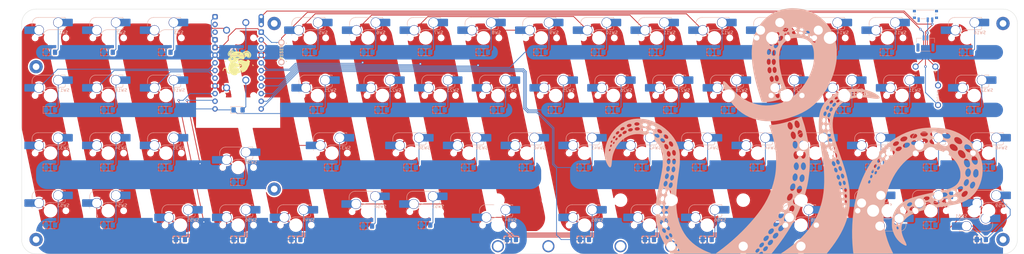
<source format=kicad_pcb>
(kicad_pcb (version 20240108) (generator "pcbnew") (generator_version "8.0")
  (layers (0 "F.Cu" signal) (31 "B.Cu" signal) (34 "B.Paste" user) (35 "F.Paste" user) (36 "B.SilkS" user "B.Silkscreen") (37 "F.SilkS" user "F.Silkscreen") (38 "B.Mask" user) (39 "F.Mask" user) (44 "Edge.Cuts" user))
  (net 0 "")
  (net 1 "r1")
  (net 2 "Net-(D1-A)")
  (net 3 "Net-(D2-A)")
  (net 4 "Net-(D3-A)")
  (net 5 "Net-(D4-A)")
  (net 6 "Net-(D5-A)")
  (net 7 "Net-(D6-A)")
  (net 8 "Net-(D7-A)")
  (net 9 "Net-(D8-A)")
  (net 10 "r5")
  (net 11 "Net-(D9-A)")
  (net 12 "Net-(D10-A)")
  (net 13 "Net-(D11-A)")
  (net 14 "Net-(D12-A)")
  (net 15 "Net-(D13-A)")
  (net 16 "Net-(D14-A)")
  (net 17 "Net-(D15-A)")
  (net 18 "Net-(D16-A)")
  (net 19 "r2")
  (net 20 "Net-(D17-A)")
  (net 21 "Net-(D18-A)")
  (net 22 "Net-(D19-A)")
  (net 23 "Net-(D20-A)")
  (net 24 "Net-(D21-A)")
  (net 25 "Net-(D22-A)")
  (net 26 "Net-(D23-A)")
  (net 27 "Net-(D24-A)")
  (net 28 "r6")
  (net 29 "Net-(D25-A)")
  (net 30 "Net-(D26-A)")
  (net 31 "Net-(D27-A)")
  (net 32 "Net-(D28-A)")
  (net 33 "Net-(D29-A)")
  (net 34 "Net-(D30-A)")
  (net 35 "Net-(D31-A)")
  (net 36 "Net-(D32-A)")
  (net 37 "r3")
  (net 38 "Net-(D33-A)")
  (net 39 "Net-(D34-A)")
  (net 40 "Net-(D35-A)")
  (net 41 "Net-(D36-A)")
  (net 42 "Net-(D37-A)")
  (net 43 "Net-(D38-A)")
  (net 44 "Net-(D39-A)")
  (net 45 "Net-(D40-A)")
  (net 46 "r7")
  (net 47 "Net-(D41-A)")
  (net 48 "Net-(D42-A)")
  (net 49 "Net-(D43-A)")
  (net 50 "Net-(D44-A)")
  (net 51 "Net-(D45-A)")
  (net 52 "Net-(D46-A)")
  (net 53 "Net-(D47-A)")
  (net 54 "Net-(D48-A)")
  (net 55 "r4")
  (net 56 "r8")
  (net 57 "Net-(D53-A)")
  (net 58 "Net-(D54-A)")
  (net 59 "Net-(D55-A)")
  (net 60 "Net-(D56-A)")
  (net 61 "Net-(D58-A)")
  (net 62 "c1")
  (net 63 "c2")
  (net 64 "c3")
  (net 65 "c4")
  (net 66 "c5")
  (net 67 "c6")
  (net 68 "c7")
  (net 69 "c8")
  (net 70 "gnd")
  (net 71 "Net-(D50-A)")
  (net 79 "bat+")
  (net 80 "rst")
  (net 81 "vbat")
  (net 83 "Net-(D60-A)")
  (net 84 "Net-(D61-A)")
  (net 85 "Net-(D62-A)")
  (net 86 "Net-(D63-A)")
  (net 87 "Net-(D52-A)")
  (net 90 "Net-(D49-A)")
  (net 91 "Net-(D51-A)")
  (net 92 "alt57")
  (net 93 "alt59")
  (footprint "LOGO" (layer "F.Cu") (at 101.789827 91.632184)
    (property "Reference" "G***" (hide yes))
    (property "Value" "LOGO" (hide yes))
  )
  (footprint "MountingHole:MountingHole_2.2mm_M2_Pad" (layer "F.Cu") (at 35.114826 92.902433)
    (property "Reference" "H1" (hide yes))
    (property "Value" "MountingHole_Pad")
  )
  (footprint "PCM_marbastlib-mx:STAB_MX_P_2u" (layer "F.Cu") (at 216.089826 145.289934 180)
    (property "Reference" "S2" (hide yes))
    (property "Value" "MX_stab")
  )
  (footprint "PCM_marbastlib-mx:STAB_MX_P_2.25u" (layer "F.Cu") (at 256.571075 145.289934 180)
    (property "Reference" "S3" (hide yes))
    (property "Value" "MX_stab")
  )
  (footprint "apfellib:nice_nano_AH_USBup" (layer "F.Cu") (at 101.789826 92.902433)
    (property "Reference" "U1" (hide yes))
    (property "Value" "nice_nano")
  )
  (footprint "MountingHole:MountingHole_2.2mm_M2_Pad" (layer "F.Cu") (at 35.114826 150.052433)
    (property "Reference" "H2" (hide yes))
    (property "Value" "MountingHole_Pad")
  )
  (footprint "MountingHole:MountingHole_2.2mm_M2_Pad" (layer "F.Cu") (at 354.202326 78.614934)
    (property "Reference" "H5" (hide yes))
    (property "Value" "MountingHole_Pad")
  )
  (footprint "PCM_marbastlib-mx:STAB_MX_P_6.25u" (layer "F.Cu") (at 237.521076 145.289933 180)
    (property "Reference" "S1" (hide yes))
    (property "Value" "MX_stab")
  )
  (footprint "MountingHole:MountingHole_2.2mm_M2_Pad" (layer "F.Cu") (at 354.202326 150.052433)
    (property "Reference" "H6" (hide yes))
    (property "Value" "MountingHole_Pad")
  )
  (footprint "MountingHole:MountingHole_2.2mm_M2_Pad" (layer "F.Cu") (at 113.696073 78.614933)
    (property "Reference" "H3" (hide yes))
    (property "Value" "MountingHole_Pad")
  )
  (footprint "PCM_marbastlib-mx:SW_MX_1u" (layer "F.Cu") (at 101.789826 102.427433)
    (property "Reference" "SW20" (hide yes))
    (property "Value" "MX_SW_HS")
  )
  (footprint "MountingHole:MountingHole_2.2mm_M2_Pad" (layer "F.Cu") (at 113.696077 133.383683)
    (property "Reference" "H4" (hide yes))
    (property "Value" "MountingHole_Pad")
  )
  (footprint "PCM_marbastlib-mx:SW_MX_1u" (layer "F.Cu") (at 101.789823 83.377433)
    (property "Reference" "SW4" (hide yes))
    (property "Value" "MX_SW_HS")
  )
  (footprint "Diode_SMD:D_1206_3216Metric_Pad1.42x1.75mm_HandSolder" (layer "B.Cu") (at 132.746077 126.239934)
    (property "Reference" "D37" (hide yes))
    (property "Value" "1N4148")
  )
  (footprint "PCM_marbastlib-mx:SW_MX_HS_1u" (layer "B.Cu") (at 187.514825 145.289934 180)
    (property "Reference" "SW64")
    (property "Value" "MX_SW_HS")
  )
  (footprint "LOGO" (layer "B.Cu") (at 285.146077 114.078144 180)
    (property "Reference" "G***" (hide yes))
    (property "Value" "LOGO" (hide yes))
  )
  (footprint "PCM_marbastlib-mx:SW_MX_HS_1u" (layer "B.Cu") (at 349.439828 121.477436 180)
    (property "Reference" "SW48")
    (property "Value" "MX_SW_HS")
  )
  (footprint "PCM_marbastlib-mx:SW_MX_HS_1u" (layer "B.Cu") (at 39.877327 121.477434 180)
    (property "Reference" "SW33")
    (property "Value" "MX_SW_HS")
  )
  (footprint "PCM_marbastlib-mx:SW_MX_HS_1.25u" (layer "B.Cu") (at 127.983578 102.427433 180)
    (property "Reference" "SW21")
    (property "Value" "MX_SW_HS")
  )
  (footprint "Connector_JST:JST_GH_SM02B-GHS-TB_1x02-1MP_P1.25mm_Horizontal" (layer "B.Cu") (at 328.6125 85.226933 180)
    (property "Reference" "J1" (hide yes))
    (property "Value" "Battery JST")
  )
  (footprint "Diode_SMD:D_1206_3216Metric_Pad1.42x1.75mm_HandSolder" (layer "B.Cu") (at 182.752327 88.139935)
    (property "Reference" "D8" (hide yes))
    (property "Value" "1N4148")
  )
  (footprint "Diode_SMD:D_1206_3216Metric_Pad1.42x1.75mm_HandSolder" (layer "B.Cu") (at 197.039826 126.239933)
    (property "Reference" "D40" (hide yes))
    (property "Value" "1N4148")
  )
  (footprint "PCM_marbastlib-mx:SW_MX_HS_1u" (layer "B.Cu") (at 235.139824 121.477436 180)
    (property "Reference" "SW42")
    (property "Value" "MX_SW_HS")
  )
  (footprint "Diode_SMD:D_1206_3216Metric_Pad1.42x1.75mm_HandSolder" (layer "B.Cu") (at 256.571076 150.052434)
    (property "Reference" "D61" (hide yes))
    (property "Value" "1N4148")
  )
  (footprint "PCM_marbastlib-mx:SW_MX_HS_1.75u" (layer "B.Cu") (at 342.296078 83.377436 180)
    (property "Reference" "SW16")
    (property "Value" "MX_SW_HS")
  )
  (footprint "apfellib:power-switch_thts" (layer "B.Cu") (at 332.771076 102.347372 90)
    (property "Reference" "J2" (hide yes))
    (property "Value" "External Power Switch")
  )
  (footprint "Diode_SMD:D_1206_3216Metric_Pad1.42x1.75mm_HandSolder" (layer "B.Cu") (at 39.877323 88.139936)
    (property "Reference" "D1" (hide yes))
    (property "Value" "1N4148")
  )
  (footprint "PCM_marbastlib-mx:SW_MX_HS_1.5u" (layer "B.Cu") (at 344.677328 102.427433 180)
    (property "Reference" "SW32")
    (property "Value" "MX_SW_HS")
  )
  (footprint "PCM_marbastlib-mx:SW_MX_HS_1u" (layer "B.Cu") (at 256.571075 145.289934 180)
    (property "Reference" "SW66")
    (property "Value" "MX_SW_HS")
  )
  (footprint "PCM_marbastlib-mx:SW_MX_HS_1u" (layer "B.Cu") (at 225.614825 102.427433 180)
    (property "Reference" "SW26")
    (property "Value" "MX_SW_HS")
  )
  (footprint "PCM_marbastlib-mx:SW_MX_HS_1u" (layer "B.Cu") (at 237.521076 145.289933 180)
    (property "Reference" "SW52")
    (property "Value" "MX_SW_HS")
  )
  (footprint "PCM_marbastlib-mx:SW_MX_HS_1u" (layer "B.Cu") (at 220.852327 83.377434 180)
    (property "Reference" "SW10")
    (property "Value" "MX_SW_HS")
  )
  (footprint "PCM_marbastlib-mx:SW_MX_HS_1u" (layer "B.Cu") (at 39.877326 140.527433 180)
    (property "Reference" "SW53")
    (property "Value" "MX_SW_HS")
  )
  (footprint "Diode_SMD:D_1206_3216Metric_Pad1.42x1.75mm_HandSolder" (layer "B.Cu") (at 77.977322 88.139935)
    (property "Reference" "D3" (hide yes))
    (property "Value" "1N4148")
  )
  (footprint "BeiBob:SW_ResetSW" (layer "B.Cu") (at 116.077327 88.139933 -90)
    (property "Reference" "SW63" (hide yes))
    (property "Value" "SW_Push" (hide yes))
  )
  (footprint "Diode_SMD:D_1206_3216Metric_Pad1.42x1.75mm_HandSolder" (layer "B.Cu") (at 254.189827 126.239934)
    (property "Reference" "D43" (hide yes))
    (property "Value" "1N4148")
  )
  (footprint "Diode_SMD:D_1206_3216Metric_Pad1.42x1.75mm_HandSolder" (layer "B.Cu") (at 125.602324 88.139937)
    (property "Reference" "D5" (hide yes))
    (property "Value" "1N4148")
  )
  (footprint "Diode_SMD:D_1206_3216Metric_Pad1.42x1.75mm_HandSolder" (layer "B.Cu") (at 316.102326 88.139933)
    (property "Reference" "D15" (hide yes))
    (property "Value" "1N4148")
  )
  (footprint "PCM_marbastlib-mx:SW_MX_HS_1u" (layer "B.Cu") (at 316.102327 140.527433)
    (property "Reference" "SW60")
    (property "Value" "MX_SW_HS")
  )
  (footprint "Diode_SMD:D_1206_3216Metric_Pad1.42x1.75mm_HandSolder" (layer "B.Cu") (at 311.339827 126.239933)
    (property "Reference" "D46" (hide yes))
    (property "Value" "1N4148")
  )
  (footprint "BeiBob:SW_SPDT_PCM12" (layer "B.Cu") (at 328.6125 75.951933)
    (property "Reference" "SW62" (hide yes))
    (property "Value" "On-Board Power Switch")
  )
  (footprint "Diode_SMD:D_1206_3216Metric_Pad1.42x1.75mm_HandSolder" (layer "B.Cu") (at 77.977327 107.189933)
    (property "Reference" "D19" (hide yes))
    (property "Value" "1N4148")
  )
  (footprint "PCM_marbastlib-mx:SW_MX_HS_1u" (layer "B.Cu") (at 316.102325 83.377432 180)
    (property "Reference" "SW15")
    (property "Value" "MX_SW_HS")
  )
  (footprint "Diode_SMD:D_1206_3216Metric_Pad1.42x1.75mm_HandSolder" (layer "B.Cu") (at 349.439827 126.239933)
    (property "Reference" "D48" (hide yes))
    (property "Value" "1N4148")
  )
  (footprint "PCM_marbastlib-mx:SW_MX_HS_1u" (layer "B.Cu") (at 149.414823 102.427434 180)
    (property "Reference" "SW22")
    (property "Value" "MX_SW_HS")
  )
  (footprint "Diode_SMD:D_1206_3216Metric_Pad1.42x1.75mm_HandSolder" (layer "B.Cu") (at 220.852327 88.139936)
    (property "Reference" "D10" (hide yes))
    (property "Value" "1N4148")
  )
  (footprint "PCM_marbastlib-mx:SW_MX_HS_1u" (layer "B.Cu") (at 58.927323 102.427433 180)
    (property "Reference" "SW18")
    (property "Value" "MX_SW_HS")
  )
  (footprint "Diode_SMD:D_1206_3216Metric_Pad1.42x1.75mm_HandSolder" (layer "B.Cu") (at 206.564826 107.189936)
    (property "Reference" "D25" (hide yes))
    (property "Value" "1N4148")
  )
  (footprint "PCM_marbastlib-mx:SW_MX_HS_1u" (layer "B.Cu") (at 216.089827 121.477435 180)
    (property "Reference" "SW41")
    (property "Value" "MX_SW_HS")
  )
  (footprint "Diode_SMD:D_1206_3216Metric_Pad1.42x1.75mm_HandSolder" (layer "B.Cu") (at 347.058576 150.052433)
    (property "Reference" "D59" (hide yes))
    (property "Value" "1N4148")
  )
  (footprint "Diode_SMD:D_1206_3216Metric_Pad1.42x1.75mm_HandSolder" (layer "B.Cu") (at 301.814827 107.189936)
    (property "Reference" "D30" (hide yes))
    (property "Value" "1N4148")
  )
  (footprint "PCM_marbastlib-mx:SW_MX_HS_1u" (layer "B.Cu") (at 163.702326 83.377433 180)
    (property "Reference" "SW7")
    (property "Value" "MX_SW_HS")
  )
  (footprint "Diode_SMD:D_1206_3216Metric_Pad1.42x1.75mm_HandSolder" (layer "B.Cu") (at 163.702327 88.139933)
    (property "Reference" "D7" (hide yes))
    (property "Value" "1N4148")
  )
  (footprint "PCM_marbastlib-mx:SW_MX_HS_1u" (layer "B.Cu") (at 344.677327 140.527433)
    (property "Reference" "SW61")
    (property "Value" "MX_SW_HS")
  )
  (footprint "Diode_SMD:D_1206_3216Metric_Pad1.42x1.75mm_HandSolder" (layer "B.Cu") (at 292.289826 150.052434)
    (property "Reference" "D62" (hide yes))
    (property "Value" "1N4148")
  )
  (footprint "Diode_SMD:D_1206_3216Metric_Pad1.42x1.75mm_HandSolder" (layer "B.Cu") (at 101.789826 131.002433)
    (property "Reference" "D36" (hide yes))
    (property "Value" "1N4148")
  )
  (footprint "PCM_marbastlib-mx:SW_MX_HS_1u" (layer "B.Cu") (at 244.664827 102.427434 180)
    (property "Reference" "SW27")
    (property "Value" "MX_SW_HS")
  )
  (footprint "PCM_marbastlib-mx:SW_MX_HS_1u" (layer "B.Cu") (at 168.464827 102.427434 180)
    (property "Reference" "SW23")
    (property "Value" "MX_SW_HS")
  )
  (footprint "Diode_SMD:D_1206_3216Metric_Pad1.42x1.75mm_HandSolder" (layer "B.Cu") (at 149.414827 107.189933)
    (property "Reference" "D22" (hide yes))
    (property "Value" "1N4148")
  )
  (footprint "Diode_SMD:D_1206_3216Metric_Pad1.42x1.75mm_HandSolder" (layer "B.Cu") (at 278.002326 88.139933)
    (property "Reference" "D13" (hide yes))
    (property "Value" "1N4148")
  )
  (footprint "Diode_SMD:D_1206_3216Metric_Pad1.42x1.75mm_HandSolder" (layer "B.Cu") (at 201.802327 88.139933)
    (property "Reference" "D9" (hide yes))
    (property "Value" "1N4148")
  )
  (footprint "PCM_marbastlib-mx:SW_MX_HS_1u" (layer "B.Cu") (at 58.927327 121.477434 180)
    (property "Reference" "SW34")
    (property "Value" "MX_SW_HS")
  )
  (footprint "Diode_SMD:D_1206_3216Metric_Pad1.42x1.75mm_HandSolder" (layer "B.Cu") (at 127.983576 107.189933)
    (property "Reference" "D21" (hide yes))
    (property "Value" "1N4148")
  )
  (footprint "Diode_SMD:D_1206_3216Metric_Pad1.42x1.75mm_HandSolder" (layer "B.Cu") (at 177.989825 126.239934)
    (property "Reference" "D39" (hide yes))
    (property "Value" "1N4148")
  )
  (footprint "PCM_marbastlib-mx:SW_MX_HS_1u" (layer "B.Cu") (at 349.439826 140.527433 180)
    (property "Reference" "SW59")
    (property "Value" "MX_SW_HS")
  )
  (footprint "PCM_marbastlib-mx:SW_MX_HS_1u" (layer "B.Cu") (at 330.389827 140.527433 180)
    (property "Reference" "SW58")
    (property "Value" "MX_SW_HS")
  )
  (footprint "PCM_marbastlib-mx:SW_MX_HS_1u" (layer "B.Cu") (at 77.977325 83.377433 180)
    (property "Reference" "SW3")
    (property "Value" "MX_SW_HS")
  )
  (footprint "Diode_SMD:D_1206_3216Metric_Pad1.42x1.75mm_HandSolder" (layer "B.Cu") (at 144.652325 88.139933)
    (property "Reference" "D6" (hide yes))
    (property "Value" "1N4148")
  )
  (footprint "PCM_marbastlib-mx:SW_MX_HS_1u" (layer "B.Cu") (at 58.927324 83.377433 180)
    (property "Reference" "SW2")
    (property "Value" "MX_SW_HS")
  )
  (footprint "Diode_SMD:D_1206_3216Metric_Pad1.42x1.75mm_HandSolder" (layer "B.Cu") (at 237.521079 150.052434)
    (property "Reference" "D52" (hide yes))
    (property "Value" "1N4148")
  )
  (footprint "Diode_SMD:D_1206_3216Metric_Pad1.42x1.75mm_HandSolder" (layer "B.Cu") (at 58.927326 107.189934)
    (property "Reference" "D18" (hide yes))
    (property "Value" "1N4148")
  )
  (footprint "PCM_marbastlib-mx:SW_MX_HS_1u" (layer "B.Cu") (at 144.652326 83.377433 180)
    (property "Reference" "SW6")
    (property "Value" "MX_SW_HS")
  )
  (footprint "Diode_SMD:D_1206_3216Metric_Pad1.42x1.75mm_HandSolder" (layer "B.Cu") (at 263.714826 107.189933)
    (property "Reference" "D28" (hide yes))
    (property "Value" "1N4148")
  )
  (footprint "PCM_marbastlib-mx:SW_MX_HS_1u" (layer "B.Cu") (at 273.239826 121.477437 180)
    (property "Reference" "SW44")
    (property "Value" "MX_SW_HS")
  )
  (footprint "PCM_marbastlib-mx:SW_MX_HS_1u" (layer "B.Cu") (at 101.789827 145.289933 180)
    (property "Reference" "SW56")
    (property "Value" "MX_SW_HS")
  )
  (footprint "Diode_SMD:D_1206_3216Metric_Pad1.42x1.75mm_HandSolder" (layer "B.Cu") (at 320.864829 107.189935)
    (property "Reference" "D31" (hide yes))
    (property "Value" "1N4148")
  )
  (footprint "Diode_SMD:D_1206_3216Metric_Pad1.42x1.75mm_HandSolder" (layer "B.Cu") (at 330.389827 145.289936)
    (property "Reference" "D58" (hide yes))
    (property "Value" "1N4148")
  )
  (footprint "Diode_SMD:D_1206_3216Metric_Pad1.42x1.75mm_HandSolder" (layer "B.Cu") (at 239.902327 88.139934)
    (property "Reference" "D11" (hide yes))
    (property "Value" "1N4148")
  )
  (footprint "Diode_SMD:D_1206_3216Metric_Pad1.42x1.75mm_HandSolder" (layer "B.Cu") (at 101.789827 88.139934)
    (property "Reference" "D4" (hide yes))
    (property "Value" "1N4148")
  )
  (footprint "Diode_SMD:D_1206_3216Metric_Pad1.42x1.75mm_HandSolder" (layer "B.Cu") (at 225.614827 107.189933)
    (property "Reference" "D26" (hide yes))
    (property "Value" "1N4148")
  )
  (footprint "Diode_SMD:D_1206_3216Metric_Pad1.42x1.75mm_HandSolder" (layer "B.Cu") (at 258.952327 88.139933)
    (property "Reference" "D12" (hide yes))
    (property "Value" "1N4148")
  )
  (footprint "Diode_SMD:D_1206_3216Metric_Pad1.42x1.75mm_HandSolder" (layer "B.Cu") (at 58.927326 88.139933)
    (property "Reference" "D2" (hide yes))
    (property "Value" "1N4148")
  )
  (footprint "Diode_SMD:D_1206_3216Metric_Pad1.42x1.75mm_HandSolder" (layer "B.Cu") (at 158.939828 126.239935)
    (property "Reference" "D38" (hide yes))
    (property "Value" "1N4148")
  )
  (footprint "PCM_marbastlib-mx:SW_MX_HS_1u" (layer "B.Cu") (at 163.543577 140.844933 180)
    (property "Reference" "SW51")
    (property "Value" "MX_SW_HS")
  )
  (footprint "apfellib:power-thts" (layer "B.Cu") (at 328.6125 92.86875 180)
    (property "Reference" "J3" (hide yes))
    (property "Value" "Battery THT")
  )
  (footprint "PCM_marbastlib-mx:SW_MX_HS_1u" (layer "B.Cu") (at 311.339828 121.477436 180)
    (property "Reference" "SW46")
    (property "Value" "MX_SW_HS")
  )
  (footprint "PCM_marbastlib-mx:SW_MX_HS_1u" (layer "B.Cu") (at 287.527325 145.289934 180)
    (property "Reference" "SW67")
    (property "Value" "MX_SW_HS")
  )
  (footprint "Diode_SMD:D_1206_3216Metric_Pad1.42x1.75mm_HandSolder" (layer "B.Cu") (at 244.664826 107.189936)
    (property "Reference" "D27" (hide yes))
    (property "Value" "1N4148")
  )
  (footprint "Diode_SMD:D_1206_3216Metric_Pad1.42x1.75mm_HandSolder" (layer "B.Cu") (at 311.339826 150.052434)
    (property "Reference" "D57" (hide yes))
    (property "Value" "1N4148")
  )
  (footprint "PCM_marbastlib-mx:SW_MX_HS_1u" (layer "B.Cu") (at 311.339826 140.527433 180)
    (property "Reference" "SW57")
    (property "Value" "MX_SW_HS")
  )
  (footprint "Diode_SMD:D_1206_3216Metric_Pad1.42x1.75mm_HandSolder" (layer "B.Cu") (at 273.239825 126.239932)
    (property "Reference" "D44" (hide yes))
    (property "Value" "1N4148")
  )
  (footprint "PCM_marbastlib-mx:SW_MX_HS_1u" (layer "B.Cu") (at 77.977329 121.477431 180)
    (property "Reference" "SW35")
    (property "Value" "MX_SW_HS")
  )
  (footprint "PCM_marbastlib-mx:SW_MX_HS_1u" (layer "B.Cu") (at 177.989828 121.477436 180)
    (property "Reference" "SW39")
    (property "Value" "MX_SW_HS")
  )
  (footprint "PCM_marbastlib-mx:SW_MX_HS_1u" (layer "B.Cu") (at 282.764828 102.427436 180)
    (property "Reference" "SW29")
    (property "Value" "MX_SW_HS")
  )
  (footprint "PCM_marbastlib-mx:SW_MX_HS_1u" (layer "B.Cu") (at 292.289828 121.477433 180)
    (property "Reference" "SW45")
    (property "Value" "MX_SW_HS")
  )
  (footprint "PCM_marbastlib-mx:SW_MX_HS_1u" (layer "B.Cu") (at 77.977322 102.427433 180)
    (property "Reference" "SW19")
    (property "Value" "MX_SW_HS")
  )
  (footprint "Diode_SMD:D_1206_3216Metric_Pad1.42x1.75mm_HandSolder" (layer "B.Cu") (at 120.839827 150.052433)
    (property "Reference" "D49" (hide yes))
    (property "Value" "1N4148")
  )
  (footprint "Diode_SMD:D_1206_3216Metric_Pad1.42x1.75mm_HandSolder" (layer "B.Cu") (at 101.789827 107.189933)
    (property "Reference" "D20" (hide yes))
    (property "Value" "1N4148")
  )
  (footprint "PCM_marbastlib-mx:SW_MX_HS_1u" (layer "B.Cu") (at 330.389825 121.477436 180)
    (property "Reference" "SW47")
    (property "Value" "MX_SW_HS")
  )
  (footprint "PCM_marbastlib-mx:SW_MX_HS_1u" (layer "B.Cu") (at 158.939824 121.477435 180)
    (property "Reference" "SW38")
    (property "Value" "MX_SW_HS")
  )
  (footprint "Diode_SMD:D_1206_3216Metric_Pad1.42x1.75mm_HandSolder" (layer "B.Cu") (at 216.089827 126.239933)
    (property "Reference" "D41" (hide yes))
    (property "Value" "1N4148")
  )
  (footprint "PCM_marbastlib-mx:SW_MX_HS_1u" (layer "B.Cu") (at 320.864828 102.427434 180)
    (property "Reference" "SW31")
    (property "Value" "MX_SW_HS")
  )
  (footprint "PCM_marbastlib-mx:SW_MX_HS_1u" (layer "B.Cu") (at 258.952327 83.377433 180)
    (property "Reference" "SW12")
    (property "Value" "MX_SW_HS")
  )
  (footprint "Diode_SMD:D_1206_3216Metric_Pad1.42x1.75mm_HandSolder" (layer "B.Cu") (at 163.702326 145.289934)
    (property "Reference" "D51" (hide yes))
    (property "Value" "1N4148")
  )
  (footprint "PCM_marbastlib-mx:SW_MX_HS_1u" (layer "B.Cu") (at 206.564827 102.427434 180)
    (property "Reference" "SW25")
    (property "Value" "MX_SW_HS")
  )
  (footprint "Diode_SMD:D_1206_3216Metric_Pad1.42x1.75mm_HandSolder" (layer "B.Cu") (at 344.677328 107.189935)
    (property "Reference" "D32" (hide yes))
    (property "Value" "1N4148")
  )
  (footprint "PCM_marbastlib-mx:SW_MX_HS_1u" (layer "B.Cu") (at 297.052327 83.377433 180)
    (property "Reference" "SW14")
    (property "Value" "MX_SW_HS")
  )
  (footprint "PCM_marbastlib-mx:SW_MX_HS_1u" (layer "B.Cu") (at 39.877322 102.427433 180)
    (property "Reference" "SW17")
    (property "Value" "MX_SW_HS")
  )
  (footprint "Diode_SMD:D_1206_3216Metric_Pad1.42x1.75mm_HandSolder" (layer "B.Cu") (at 342.296076 88.139931)
    (property "Reference" "D16" (hide yes))
    (property "Value" "1N4148")
  )
  (footprint "PCM_marbastlib-mx:SW_MX_HS_1u" (layer "B.Cu") (at 278.002328 83.377433 180)
    (property "Reference" "SW13")
    (property "Value" "MX_SW_HS")
  )
  (footprint "PCM_marbastlib-mx:SW_MX_HS_1u" (layer "B.Cu") (at 187.514824 102.427434 180)
    (property "Reference" "SW24")
    (property "Value" "MX_SW_HS")
  )
  (footprint "Diode_SMD:D_1206_3216Metric_Pad1.42x1.75mm_HandSolder" (layer "B.Cu") (at 58.92733 145.289933)
    (property "Reference" "D54" (hide yes))
    (property "Value" "1N4148")
  )
  (footprint "PCM_marbastlib-mx:SW_MX_HS_1u" (layer "B.Cu") (at 39.877327 83.377434 180)
    (property "Reference" "SW1")
    (property "Value" "MX_SW_HS")
  )
  (footprint "Diode_SMD:D_1206_3216Metric_Pad1.42x1.75mm_HandSolder" (layer "B.Cu") (at 292.289826 126.239933)
    (property "Reference" "D45" (hide yes))
    (property "Value" "1N4148")
  )
  (footprint "PCM_marbastlib-mx:SW_MX_HS_1u" (layer "B.Cu") (at 101.789827 126.239933 180)
    (property "Reference" "SW36")
    (property "Value" "MX_SW_HS")
  )
  (footprint "Diode_SMD:D_1206_3216Metric_Pad1.42x1.75mm_HandSolder" (layer "B.Cu") (at 58.927326 126.239933)
    (property "Reference" "D34" (hide yes))
    (property "Value" "1N4148")
  )
  (footprint "PCM_marbastlib-mx:SW_MX_HS_1u" (layer "B.Cu") (at 216.089826 145.289934 180)
    (property "Reference" "SW65")
    (property "Value" "MX_SW_HS")
  )
  (footprint "Diode_SMD:D_1206_3216Metric_Pad1.42x1.75mm_HandSolder" (layer "B.Cu") (at 282.764827 107.189933)
    (property "Reference" "D29" (hide yes))
    (property "Value" "1N4148")
  )
  (footprint "Diode_SMD:D_1206_3216Metric_Pad1.42x1.75mm_HandSolder" (layer "B.Cu") (at 235.139825 126.239933)
    (property "Reference" "D42" (hide yes))
    (property "Value" "1N4148")
  )
  (footprint "Diode_SMD:D_1206_3216Metric_Pad1.42x1.75mm_HandSolder" (layer "B.Cu") (at 39.877326 145.289933)
    (property "Reference" "D53" (hide yes))
    (property "Value" "1N4148")
  )
  (footprint "PCM_marbastlib-mx:SW_MX_HS_1u" (layer "B.Cu") (at 263.714827 102.427433 180)
    (property "Reference" "SW28")
    (property "Value" "MX_SW_HS")
  )
  (footprint "Diode_SMD:D_1206_3216Metric_Pad1.42x1.75mm_HandSolder" (layer "B.Cu") (at 168.464824 107.189936)
    (property "Reference" "D23" (hide yes))
    (property "Value" "1N4148")
  )
  (footprint "PCM_marbastlib-mx:SW_MX_HS_1u" (layer "B.Cu") (at 82.739826 145.289933 180)
    (property "Reference" "SW55")
    (property "Value" "MX_SW_HS")
  )
  (footprint "Diode_SMD:D_1206_3216Metric_Pad1.42x1.75mm_HandSolder" (layer "B.Cu") (at 39.877326 126.239936)
    (property "Reference" "D33" (hide yes))
    (property "Value" "1N4148")
  )
  (footprint "PCM_marbastlib-mx:SW_MX_HS_1u" (layer "B.Cu") (at 197.039827 121.477433 180)
    (property "Reference" "SW40")
    (property "Value" "MX_SW_HS")
  )
  (footprint "Diode_SMD:D_1206_3216Metric_Pad1.42x1.75mm_HandSolder" (layer "B.Cu") (at 144.493575 145.607436)
    (property "Reference" "D50" (hide yes))
    (property "Value" "1N4148")
  )
  (footprint "Diode_SMD:D_1206_3216Metric_Pad1.42x1.75mm_HandSolder" (layer "B.Cu") (at 101.789829 150.052433)
    (property "Reference" "D56" (hide yes))
    (property "Value" "1N4148")
  )
  (footprint "PCM_marbastlib-mx:SW_MX_HS_1u" (layer "B.Cu") (at 58.927327 140.527433 180)
    (property "Reference" "SW54")
    (property "Value" "MX_SW_HS")
  )
  (footprint "PCM_marbastlib-mx:SW_MX_HS_1.75u" (layer "B.Cu") (at 132.746077 121.477433 180)
    (property "Reference" "SW37")
    (property "Value" "MX_SW_HS")
  )
  (footprint "Diode_SMD:D_1206_3216Metric_Pad1.42x1.75mm_HandSolder" (layer "B.Cu") (at 39.877326 107.189934)
    (property "Reference" "D17" (hide yes))
    (property "Value" "1N4148")
  )
  (footprint "Diode_SMD:D_1206_3216Metric_Pad1.42x1.75mm_HandSolder" (layer "B.Cu") (at 297.052328 88.139933)
    (property "Reference" "D14" (hide yes))
    (property "Value" "1N4148")
  )
  (footprint "PCM_marbastlib-mx:SW_MX_HS_1u" (layer "B.Cu") (at 201.802323 83.377435 180)
    (property "Reference" "SW9")
    (property "Value" "MX_SW_HS")
  )
  (footprint "Diode_SMD:D_1206_3216Metric_Pad1.42x1.75mm_HandSolder" (layer "B.Cu") (at 82.739823 150.052435)
    (property "Reference" "D55" (hide yes))
    (property "Value" "1N4148")
  )
  (footprint "PCM_marbastlib-mx:SW_MX_HS_1u" (layer "B.Cu") (at 125.602326 83.377433 180)
    (property "Reference" "SW5")
    (property "Value" "MX_SW_HS")
  )
  (footprint "Diode_SMD:D_1206_3216Metric_Pad1.42x1.75mm_HandSolder" (layer "B.Cu") (at 77.977327 126.239933)
    (property "Reference" "D35" (hide yes))
    (property "Value" "1N4148")
  )
  (footprint "PCM_marbastlib-mx:SW_MX_HS_1u" (layer "B.Cu") (at 301.814827 102.427433 180)
    (property "Reference" "SW30")
    (property "Value" "MX_SW_HS")
  )
  (footprint "Diode_SMD:D_1206_3216Metric_Pad1.42x1.75mm_HandSolder" (layer "B.Cu") (at 216.089825 150.052434)
    (property "Reference" "D63" (hide yes))
    (property "Value" "1N4148")
  )
  (footprint "PCM_marbastlib-mx:SW_MX_HS_1u" (layer "B.Cu") (at 182.752328 83.377434 180)
    (property "Reference" "SW8")
    (property "Value" "MX_SW_HS")
  )
  (footprint "Diode_SMD:D_1206_3216Metric_Pad1.42x1.75mm_HandSolder" (layer "B.Cu") (at 330.389824 126.239933)
    (property "Reference" "D47" (hide yes))
    (property "Value" "1N4148")
  )
  (footprint "PCM_marbastlib-mx:SW_MX_HS_1u" (layer "B.Cu") (at 120.839826 145.289933 180)
    (property "Reference" "SW49")
    (property "Value" "MX_SW_HS")
  )
  (footprint "PCM_marbastlib-mx:SW_MX_HS_1u" (layer "B.Cu") (at 239.902324 83.377434 180)
    (property "Reference" "SW11")
    (property "Value" "MX_SW_HS")
  )
  (footprint "PCM_marbastlib-mx:SW_MX_HS_1u" (layer "B.Cu") (at 254.189827 121.477435 180)
    (property "Reference" "SW43")
    (property "Value" "MX_SW_HS")
  )
  (footprint "Diode_SMD:D_1206_3216Metric_Pad1.42x1.75mm_HandSolder" (layer "B.Cu") (at 187.514827 107.189933)
    (property "Reference" "D24" (hide yes))
    (property "Value" "1N4148")
  )
  (footprint "Diode_SMD:D_1206_3216Metric_Pad1.42x1.75mm_HandSolder" (layer "B.Cu") (at 191.98045 150.052435)
    (property "Reference" "D60" (hide yes))
    (property "Value" "1N4148")
  )
  (footprint "PCM_marbastlib-mx:SW_MX_HS_1u" (layer "B.Cu") (at 144.493572 140.844935 180)
    (property "Reference" "SW50")
    (property "Value" "MX_SW_HS")
  )
  (gr_line (start 30.352327 150.052433) (end 30.352327 78.614935) (stroke (width 0.1)) (layer "Edge.Cuts"))
  (gr_line (start 354.202323 154.814934) (end 35.114827 154.814934) (stroke (width 0.1)) (layer "Edge.Cuts"))
  (gr_arc (start 354.202325 73.852437) (mid 357.56989 75.247369) (end 358.964826 78.614933) (stroke (width 0.1)) (layer "Edge.Cuts"))
  (gr_arc (start 358.964824 150.052433) (mid 357.56992 153.420029) (end 354.202323 154.814934) (stroke (width 0.1)) (layer "Edge.Cuts"))
  (gr_arc (start 35.114827 154.814934) (mid 31.747224 153.420036) (end 30.352327 150.052433) (stroke (width 0.1)) (layer "Edge.Cuts"))
  (gr_line (start 358.964826 78.614933) (end 358.964824 150.052433) (stroke (width 0.1)) (layer "Edge.Cuts"))
  (gr_line (start 35.114827 73.852436) (end 354.202325 73.852437) (stroke (width 0.1)) (layer "Edge.Cuts"))
  (gr_arc (start 30.352327 78.614935) (mid 31.74723 75.247338) (end 35.114827 73.852436) (stroke (width 0.1)) (layer "Edge.Cuts"))
  (segment (start 124.114824 88.139936) (end 123.797687 87.822799) (width 0.25) (layer "B.Cu") (net 1))
  (segment (start 106.86946 87.822799) (end 106.552326 88.139933) (width 0.25) (layer "B.Cu") (net 1))
  (segment (start 123.797687 87.822799) (end 106.86946 87.822799) (width 0.25) (layer "B.Cu") (net 1))
  (segment (start 42.417326 87.087432) (end 42.417326 78.297433) (width 0.25) (layer "B.Cu") (net 2))
  (segment (start 41.364823 88.139936) (end 42.417326 87.087432) (width 0.25) (layer "B.Cu") (net 2))
  (segment (start 61.467323 87.087436) (end 61.467324 78.297433) (width 0.25) (layer "B.Cu") (net 3))
  (segment (start 60.414826 88.139933) (end 61.467323 87.087436) (width 0.25) (layer "B.Cu") (net 3))
  (segment (start 80.517325 87.087433) (end 80.517325 78.297433) (width 0.25) (layer "B.Cu") (net 4))
  (segment (start 79.464822 88.139935) (end 80.517325 87.087433) (width 0.25) (layer "B.Cu") (net 4))
  (segment (start 103.277327 88.139933) (end 104.329824 87.087437) (width 0.25) (layer "B.Cu") (net 5))
  (segment (start 104.329824 87.087437) (end 104.329824 78.297433) (width 0.25) (layer "B.Cu") (net 5))
  (segment (start 127.089824 88.139937) (end 128.142326 87.087434) (width 0.25) (layer "B.Cu") (net 6))
  (segment (start 128.142326 87.087434) (end 128.142327 78.297433) (width 0.25) (layer "B.Cu") (net 6))
  (segment (start 147.192326 87.087432) (end 147.192326 78.297433) (width 0.25) (layer "B.Cu") (net 7))
  (segment (start 146.139825 88.139933) (end 147.192326 87.087432) (width 0.25) (layer "B.Cu") (net 7))
  (segment (start 165.189827 88.139933) (end 166.242326 87.087435) (width 0.25) (layer "B.Cu") (net 8))
  (segment (start 166.242326 87.087435) (end 166.242327 78.297433) (width 0.25) (layer "B.Cu") (net 8))
  (segment (start 184.239827 88.139935) (end 185.292328 87.087435) (width 0.25) (layer "B.Cu") (net 9))
  (segment (start 185.292328 87.087435) (end 185.292327 78.297433) (width 0.25) (layer "B.Cu") (net 9))
  (segment (start 196.453125 88.10625) (end 191.4 93.159375) (width 0.25) (layer "B.Cu") (net 10))
  (segment (start 191.4 93.159375) (end 121.213696 93.159375) (width 0.25) (layer "B.Cu") (net 10))
  (segment (start 121.213696 93.159375) (end 115.120638 99.252433) (width 0.25) (layer "B.Cu") (net 10))
  (segment (start 115.120638 99.252433) (end 109.409826 99.252433) (width 0.25) (layer "B.Cu") (net 10))
  (segment (start 197.64375 88.10625) (end 196.453125 88.10625) (width 0.25) (layer "B.Cu") (net 10))
  (segment (start 197.677433 88.139933) (end 197.64375 88.10625) (width 0.25) (layer "B.Cu") (net 10))
  (segment (start 200.314827 88.139933) (end 197.677433 88.139933) (width 0.25) (layer "B.Cu") (net 10))
  (segment (start 203.289827 88.139933) (end 204.342324 87.087437) (width 0.25) (layer "B.Cu") (net 11))
  (segment (start 204.342324 87.087437) (end 204.342324 78.297435) (width 0.25) (layer "B.Cu") (net 11))
  (segment (start 223.392328 87.087436) (end 223.392327 78.297433) (width 0.25) (layer "B.Cu") (net 12))
  (segment (start 222.339827 88.139936) (end 223.392328 87.087436) (width 0.25) (layer "B.Cu") (net 12))
  (segment (start 241.389828 88.139934) (end 242.442324 87.087438) (width 0.25) (layer "B.Cu") (net 13))
  (segment (start 242.442324 87.087438) (end 242.442324 78.297435) (width 0.25) (layer "B.Cu") (net 13))
  (segment (start 260.439827 88.139933) (end 261.492327 87.087432) (width 0.25) (layer "B.Cu") (net 14))
  (segment (start 261.492327 87.087432) (end 261.492328 78.297433) (width 0.25) (layer "B.Cu") (net 14))
  (segment (start 280.542327 87.087432) (end 280.542327 78.297433) (width 0.25) (layer "B.Cu") (net 15))
  (segment (start 279.489826 88.139933) (end 280.542327 87.087432) (width 0.25) (layer "B.Cu") (net 15))
  (segment (start 298.539828 88.139933) (end 299.592327 87.087433) (width 0.25) (layer "B.Cu") (net 16))
  (segment (start 299.592327 87.087433) (end 299.592328 78.297433) (width 0.25) (layer "B.Cu") (net 16))
  (segment (start 318.642326 87.087434) (end 318.642325 78.297432) (width 0.25) (layer "B.Cu") (net 17))
  (segment (start 317.589826 88.139933) (end 318.642326 87.087434) (width 0.25) (layer "B.Cu") (net 17))
  (segment (start 343.783576 88.139931) (end 344.836077 87.08743) (width 0.25) (layer "B.Cu") (net 18))
  (segment (start 344.836077 87.08743) (end 344.836077 78.297436) (width 0.25) (layer "B.Cu") (net 18))
  (segment (start 124.411702 107.189933) (end 123.211702 108.389934) (width 0.25) (layer "B.Cu") (net 19))
  (segment (start 126.496076 107.189934) (end 124.411702 107.189933) (width 0.25) (layer "B.Cu") (net 19))
  (segment (start 94.169827 106.872433) (end 85.438577 106.872433) (width 0.25) (layer "B.Cu") (net 19))
  (segment (start 101.502326 108.389933) (end 100.302327 107.189933) (width 0.25) (layer "B.Cu") (net 19))
  (segment (start 123.211702 108.389934) (end 101.502326 108.389933) (width 0.25) (layer "B.Cu") (net 19))
  (segment (start 94.487326 107.189933) (end 94.169827 106.872433) (width 0.25) (layer "B.Cu") (net 19))
  (segment (start 85.438577 106.872433) (end 85.121077 107.189933) (width 0.25) (layer "B.Cu") (net 19))
  (segment (start 100.302327 107.189933) (end 94.487326 107.189933) (width 0.25) (layer "B.Cu") (net 19))
  (segment (start 41.364826 107.189933) (end 42.417322 106.137438) (width 0.25) (layer "B.Cu") (net 20))
  (segment (start 42.417322 106.137438) (end 42.417322 97.347433) (width 0.25) (layer "B.Cu") (net 20))
  (segment (start 61.467323 106.137438) (end 61.467322 97.347433) (width 0.25) (layer "B.Cu") (net 21))
  (segment (start 60.414827 107.189933) (end 61.467323 106.137438) (width 0.25) (layer "B.Cu") (net 21))
  (segment (start 80.517322 106.137437) (end 80.517323 97.347433) (width 0.25) (layer "B.Cu") (net 22))
  (segment (start 79.464826 107.189934) (end 80.517322 106.137437) (width 0.25) (layer "B.Cu") (net 22))
  (segment (start 104.329826 106.137433) (end 104.329827 97.347433) (width 0.25) (layer "B.Cu") (net 23))
  (segment (start 103.277327 107.189933) (end 104.329826 106.137433) (width 0.25) (layer "B.Cu") (net 23))
  (segment (start 129.471076 107.189933) (end 130.523577 106.137432) (width 0.25) (layer "B.Cu") (net 24))
  (segment (start 130.523577 106.137432) (end 130.523577 97.347433) (width 0.25) (layer "B.Cu") (net 24))
  (segment (start 151.954823 106.137437) (end 151.954824 97.347435) (width 0.25) (layer "B.Cu") (net 25))
  (segment (start 150.902327 107.189933) (end 151.954823 106.137437) (width 0.25) (layer "B.Cu") (net 25))
  (segment (start 171.004827 106.137432) (end 171.004828 97.347433) (width 0.25) (layer "B.Cu") (net 26))
  (segment (start 169.952324 107.189936) (end 171.004827 106.137432) (width 0.25) (layer "B.Cu") (net 26))
  (segment (start 190.054823 106.137437) (end 190.054824 97.347435) (width 0.25) (layer "B.Cu") (net 27))
  (segment (start 189.002327 107.189933) (end 190.054823 106.137437) (width 0.25) (layer "B.Cu") (net 27))
  (segment (start 196.903125 94.509375) (end 196.903125 106.415625) (width 0.25) (layer "B.Cu") (net 28))
  (segment (start 197.677436 107.189936) (end 205.077326 107.189936) (width 0.25) (layer "B.Cu") (net 28))
  (segment (start 113.217034 101.792433) (end 121.400092 93.609375) (width 0.25) (layer "B.Cu") (net 28))
  (segment (start 121.400092 93.609375) (end 196.003125 93.609375) (width 0.25) (layer "B.Cu") (net 28))
  (segment (start 109.409826 101.792433) (end 113.217034 101.792433) (width 0.25) (layer "B.Cu") (net 28))
  (segment (start 196.903125 106.415625) (end 197.677436 107.189936) (width 0.25) (layer "B.Cu") (net 28))
  (segment (start 196.003125 93.609375) (end 196.903125 94.509375) (width 0.25) (layer "B.Cu") (net 28))
  (segment (start 209.104828 106.137435) (end 209.104828 97.347433) (width 0.25) (layer "B.Cu") (net 29))
  (segment (start 208.052326 107.189936) (end 209.104828 106.137435) (width 0.25) (layer "B.Cu") (net 29))
  (segment (start 227.102327 107.189933) (end 228.154824 106.137436) (width 0.25) (layer "B.Cu") (net 30))
  (segment (start 228.154824 106.137436) (end 228.154824 97.347433) (width 0.25) (layer "B.Cu") (net 30))
  (segment (start 246.152326 107.189936) (end 247.204828 106.137435) (width 0.25) (layer "B.Cu") (net 31))
  (segment (start 247.204828 106.137435) (end 247.204828 97.347433) (width 0.25) (layer "B.Cu") (net 31))
  (segment (start 265.202326 107.189933) (end 266.254827 106.137432) (width 0.25) (layer "B.Cu") (net 32))
  (segment (start 266.254827 106.137432) (end 266.254827 97.347433) (width 0.25) (layer "B.Cu") (net 32))
  (segment (start 285.304828 106.137432) (end 285.304827 97.347436) (width 0.25) (layer "B.Cu") (net 33))
  (segment (start 284.252327 107.189933) (end 285.304828 106.137432) (width 0.25) (layer "B.Cu") (net 33))
  (segment (start 303.302327 107.189936) (end 304.354828 106.137435) (width 0.25) (layer "B.Cu") (net 34))
  (segment (start 304.354828 106.137435) (end 304.354827 97.347433) (width 0.25) (layer "B.Cu") (net 34))
  (segment (start 322.352328 107.189935) (end 323.404828 106.137435) (width 0.25) (layer "B.Cu") (net 35))
  (segment (start 323.404828 106.137435) (end 323.404828 97.347433) (width 0.25) (layer "B.Cu") (net 35))
  (segment (start 346.164828 107.189936) (end 347.217327 106.137435) (width 0.25) (layer "B.Cu") (net 36))
  (segment (start 347.217327 106.137435) (end 347.217327 97.347433) (width 0.25) (layer "B.Cu") (net 36))
  (segment (start 89.230246 124.965368) (end 89.236027 124.969165) (width 0.25) (layer "F.Cu") (net 37))
  (segment (start 84.892612 104.019723) (end 89.230246 124.965368) (width 0.25) (layer "F.Cu") (net 37))
  (via (at 84.892612 104.019723) (size 0.8) (drill 0.4) (layers "F.Cu" "B.Cu") (net 37))
  (via (at 89.236027 124.969165) (size 0.8) (drill 0.4) (layers "F.Cu" "B.Cu") (net 37))
  (segment (start 94.169827 104.332433) (end 93.857116 104.019723) (width 0.25) (layer "B.Cu") (net 37))
  (segment (start 93.857116 104.019723) (end 84.892612 104.019723) (width 0.25) (layer "B.Cu") (net 37))
  (segment (start 41.364827 126.239936) (end 42.417326 125.187436) (width 0.25) (layer "B.Cu") (net 38))
  (segment (start 42.417326 125.187436) (end 42.417326 116.397433) (width 0.25) (layer "B.Cu") (net 38))
  (segment (start 60.414826 126.239933) (end 61.467327 125.187433) (width 0.25) (layer "B.Cu") (net 39))
  (segment (start 61.467327 125.187433) (end 61.467326 116.397433) (width 0.25) (layer "B.Cu") (net 39))
  (segment (start 80.51733 125.187431) (end 80.51733 116.397431) (width 0.25) (layer "B.Cu") (net 40))
  (segment (start 79.464827 126.239933) (end 80.51733 125.187431) (width 0.25) (layer "B.Cu") (net 40))
  (segment (start 104.329827 129.949933) (end 104.329826 121.159934) (width 0.25) (layer "B.Cu") (net 41))
  (segment (start 103.277326 131.002433) (end 104.329827 129.949933) (width 0.25) (layer "B.Cu") (net 41))
  (segment (start 134.233577 126.239934) (end 135.286077 125.187433) (width 0.25) (layer "B.Cu") (net 42))
  (segment (start 135.286077 125.187433) (end 135.286078 116.397433) (width 0.25) (layer "B.Cu") (net 42))
  (segment (start 161.479824 125.18744) (end 161.479823 116.397435) (width 0.25) (layer "B.Cu") (net 43))
  (segment (start 160.427328 126.239935) (end 161.479824 125.18744) (width 0.25) (layer "B.Cu") (net 43))
  (segment (start 180.529828 125.187432) (end 180.529827 116.397436) (width 0.25) (layer "B.Cu") (net 44))
  (segment (start 179.477325 126.239934) (end 180.529828 125.187432) (width 0.25) (layer "B.Cu") (net 44))
  (segment (start 199.579827 125.187432) (end 199.579827 116.397433) (width 0.25) (layer "B.Cu") (net 45))
  (segment (start 198.527325 126.239933) (end 199.579827 125.187432) (width 0.25) (layer "B.Cu") (net 45))
  (segment (start 207.202433 126.239933) (end 214.602327 126.239933) (width 0.25) (layer "B.Cu") (net 46))
  (segment (start 111.31343 104.332433) (end 121.586488 94.059375) (width 0.25) (layer "B.Cu") (net 46))
  (segment (start 196.453125 106.602021) (end 197.49104 107.639936) (width 0.25) (layer "B.Cu") (net 46))
  (segment (start 195.816729 94.059375) (end 196.453125 94.695771) (width 0.25) (layer "B.Cu") (net 46))
  (segment (start 197.49104 107.639936) (end 200.508686 107.639936) (width 0.25) (layer "B.Cu") (net 46))
  (segment (start 121.586488 94.059375) (end 195.816729 94.059375) (width 0.25) (layer "B.Cu") (net 46))
  (segment (start 205.978125 125.015625) (end 207.202433 126.239933) (width 0.25) (layer "B.Cu") (net 46))
  (segment (start 109.409826 104.332433) (end 111.31343 104.332433) (width 0.25) (layer "B.Cu") (net 46))
  (segment (start 205.978125 113.109375) (end 205.978125 125.015625) (width 0.25) (layer "B.Cu") (net 46))
  (segment (start 200.508686 107.639936) (end 205.978125 113.109375) (width 0.25) (layer "B.Cu") (net 46))
  (segment (start 196.453125 94.695771) (end 196.453125 106.602021) (width 0.25) (layer "B.Cu") (net 46))
  (segment (start 218.629828 125.187433) (end 218.629827 116.397435) (width 0.25) (layer "B.Cu") (net 47))
  (segment (start 217.577328 126.239933) (end 218.629828 125.187433) (width 0.25) (layer "B.Cu") (net 47))
  (segment (start 236.627325 126.239933) (end 237.679824 125.187433) (width 0.25) (layer "B.Cu") (net 48))
  (segment (start 237.679824 125.187433) (end 237.679824 116.397436) (width 0.25) (layer "B.Cu") (net 48))
  (segment (start 255.677327 126.239933) (end 256.729828 125.187433) (width 0.25) (layer "B.Cu") (net 49))
  (segment (start 256.729828 125.187433) (end 256.729828 116.397435) (width 0.25) (layer "B.Cu") (net 49))
  (segment (start 274.727325 126.239932) (end 275.779826 125.187431) (width 0.25) (layer "B.Cu") (net 50))
  (segment (start 275.779826 125.187431) (end 275.779825 116.397436) (width 0.25) (layer "B.Cu") (net 50))
  (segment (start 293.777326 126.239934) (end 294.829827 125.187432) (width 0.25) (layer "B.Cu") (net 51))
  (segment (start 294.829827 125.187432) (end 294.829827 116.397433) (width 0.25) (layer "B.Cu") (net 51))
  (segment (start 312.827327 126.239934) (end 313.879827 125.187432) (width 0.25) (layer "B.Cu") (net 52))
  (segment (start 313.879827 125.187432) (end 313.879827 116.397436) (width 0.25) (layer "B.Cu") (net 52))
  (segment (start 331.877324 126.239933) (end 332.929825 125.187432) (width 0.25) (layer "B.Cu") (net 53))
  (segment (start 332.929825 125.187432) (end 332.929826 116.397435) (width 0.25) (layer "B.Cu") (net 53))
  (segment (start 350.927327 126.239933) (end 351.979828 125.187432) (width 0.25) (layer "B.Cu") (net 54))
  (segment (start 351.979828 125.187432) (end 351.979827 116.397436) (width 0.25) (layer "B.Cu") (net 54))
  (segment (start 90.469461 144.236995) (end 90.471622 144.238415) (width 0.25) (layer "F.Cu") (net 55))
  (segment (start 82.145166 104.040495) (end 90.469461 144.236995) (width 0.25) (layer "F.Cu") (net 55))
  (via (at 90.471622 144.238415) (size 0.8) (drill 0.4) (layers "F.Cu" "B.Cu") (net 55))
  (via (at 82.145166 104.040495) (size 0.8) (drill 0.4) (layers "F.Cu" "B.Cu") (net 55))
  (segment (start 85.908683 101.792433) (end 94.169826 101.792433) (width 0.25) (layer "B.Cu") (net 55))
  (segment (start 83.660621 104.040495) (end 85.908683 101.792433) (width 0.25) (layer "B.Cu") (net 55))
  (segment (start 82.145166 104.040495) (end 83.660621 104.040495) (width 0.25) (layer "B.Cu") (net 55))
  (segment (start 195.630333 94.509375) (end 121.772884 94.509375) (width 0.25) (layer "B.Cu") (net 56))
  (segment (start 205.528125 113.295771) (end 200.32229 108.089936) (width 0.25) (layer "B.Cu") (net 56))
  (segment (start 208.393059 150.052434) (end 206.871213 148.530588) (width 0.25) (layer "B.Cu") (net 56))
  (segment (start 205.528125 125.202021) (end 205.528125 113.295771) (width 0.25) (layer "B.Cu") (net 56))
  (segment (start 197.304644 108.089936) (end 196.003125 106.788417) (width 0.25) (layer "B.Cu") (net 56))
  (segment (start 206.871213 148.530588) (end 206.871213 126.545109) (width 0.25) (layer "B.Cu") (net 56))
  (segment (start 121.772884 94.509375) (end 109.409826 106.872433) (width 0.25) (layer "B.Cu") (net 56))
  (segment (start 196.003125 94.882167) (end 195.630333 94.509375) (width 0.25) (layer "B.Cu") (net 56))
  (segment (start 196.003125 106.788417) (end 196.003125 94.882167) (width 0.25) (layer "B.Cu") (net 56))
  (segment (start 214.602325 150.052434) (end 208.393059 150.052434) (width 0.25) (layer "B.Cu") (net 56))
  (segment (start 200.32229 108.089936) (end 197.304644 108.089936) (width 0.25) (layer "B.Cu") (net 56))
  (segment (start 206.871213 126.545109) (end 205.528125 125.202021) (width 0.25) (layer "B.Cu") (net 56))
  (segment (start 41.364826 145.289932) (end 42.417327 144.237432) (width 0.25) (layer "B.Cu") (net 57))
  (segment (start 42.417327 144.237432) (end 42.417326 135.447433) (width 0.25) (layer "B.Cu") (net 57))
  (segment (start 61.467324 135.447435) (end 61.467324 144.237437) (width 0.25) (layer "B.Cu") (net 58))
  (segment (start 61.467324 144.237437) (end 60.414825 145.289937) (width 0.25) (layer "B.Cu") (net 58))
  (segment (start 84.227323 150.052435) (end 85.279827 148.999932) (width 0.25) (layer "B.Cu") (net 59))
  (segment (start 85.279827 148.999932) (end 85.279827 140.209933) (width 0.25) (layer "B.Cu") (net 59))
  (segment (start 104.329826 148.999937) (end 104.329826 140.209933) (width 0.25) (layer "B.Cu") (net 60))
  (segment (start 103.277329 150.052434) (end 104.329826 148.999937) (width 0.25) (layer "B.Cu") (net 60))
  (segment (start 332.929826 144.237437) (end 332.929826 135.447433) (width 0.25) (layer "B.Cu") (net 61))
  (segment (start 331.877327 145.289936) (end 332.929826 144.237437) (width 0.25) (layer "B.Cu") (net 61))
  (segment (start 54.632323 149.249934) (end 48.449827 143.067433) (width 0.25) (layer "F.Cu") (net 62))
  (segment (start 333.573575 149.249934) (end 54.632323 149.249934) (width 0.25) (layer "F.Cu") (net 62))
  (segment (start 344.836076 137.987433) (end 333.573575 149.249934) (width 0.25) (layer "F.Cu") (net 62))
  (segment (start 94.169826 91.632433) (end 92.079826 93.722433) (width 0.25) (layer "B.Cu") (net 62))
  (segment (start 92.079826 93.722433) (end 42.232322 93.722433) (width 0.25) (layer "B.Cu") (net 62))
  (segment (start 42.232322 93.722433) (end 36.067323 99.887433) (width 0.25) (layer "B.Cu") (net 62))
  (segment (start 55.117324 137.987434) (end 55.117327 142.591186) (width 0.25) (layer "F.Cu") (net 63))
  (segment (start 55.117327 142.591186) (end 61.326076 148.799937) (width 0.25) (layer "F.Cu") (net 63))
  (segment (start 318.805092 148.799933) (end 326.579825 141.0252) (width 0.25) (layer "F.Cu") (net 63))
  (segment (start 326.579825 141.0252) (end 326.579823 137.987434) (width 0.25) (layer "F.Cu") (net 63))
  (segment (start 61.326076 148.799937) (end 318.805092 148.799933) (width 0.25) (layer "F.Cu") (net 63))
  (segment (start 94.169827 94.172433) (end 60.832322 94.172434) (width 0.25) (layer "B.Cu") (net 63))
  (segment (start 60.832322 94.172434) (end 55.117322 99.887434) (width 0.25) (layer "B.Cu") (net 63))
  (segment (start 300.205093 148.349933) (end 82.196375 148.349933) (width 0.25) (layer "F.Cu") (net 64))
  (segment (start 307.529826 137.987433) (end 307.529827 141.025201) (width 0.25) (layer "F.Cu") (net 64))
  (segment (start 82.196375 148.349933) (end 78.929827 145.083385) (width 0.25) (layer "F.Cu") (net 64))
  (segment (start 78.929827 145.083385) (end 78.929826 142.749934) (width 0.25) (layer "F.Cu") (net 64))
  (segment (start 307.529827 141.025201) (end 300.205093 148.349933) (width 0.25) (layer "F.Cu") (net 64))
  (segment (start 92.079827 94.622433) (end 94.169827 96.712433) (width 0.25) (layer "B.Cu") (net 64))
  (segment (start 79.432322 94.622434) (end 92.079827 94.622433) (width 0.25) (layer "B.Cu") (net 64))
  (segment (start 74.167323 99.887434) (end 79.432322 94.622434) (width 0.25) (layer "B.Cu") (net 64))
  (segment (start 97.979827 142.749933) (end 97.979826 145.083385) (width 0.25) (layer "F.Cu") (net 65))
  (segment (start 91.864791 80.205593) (end 91.074201 80.996183) (width 0.25) (layer "F.Cu") (net 65))
  (segment (start 100.796374 147.899933) (end 281.605093 147.899933) (width 0.25) (layer "F.Cu") (net 65))
  (segment (start 281.605093 147.899933) (end 283.717326 145.787701) (width 0.25) (layer "F.Cu") (net 65))
  (segment (start 97.979823 80.837433) (end 97.347983 80.205594) (width 0.25) (layer "F.Cu") (net 65))
  (segment (start 97.347983 80.205594) (end 91.864791 80.205593) (width 0.25) (layer "F.Cu") (net 65))
  (segment (start 97.979826 145.083385) (end 100.796374 147.899933) (width 0.25) (layer "F.Cu") (net 65))
  (segment (start 283.717326 145.787701) (end 283.717325 142.749935) (width 0.25) (layer "F.Cu") (net 65))
  (segment (start 249.727328 75.422434) (end 255.142327 80.837433) (width 0.25) (layer "F.Cu") (net 66))
  (segment (start 121.792326 80.837433) (end 127.207326 75.422434) (width 0.25) (layer "F.Cu") (net 66))
  (segment (start 128.936077 118.937433) (end 118.617327 118.937433) (width 0.25) (layer "F.Cu") (net 66))
  (segment (start 118.617327 118.937433) (end 118.458577 119.096183) (width 0.25) (layer "F.Cu") (net 66))
  (segment (start 127.207326 75.422434) (end 249.727328 75.422434) (width 0.25) (layer "F.Cu") (net 66))
  (segment (start 231.127323 75.872434) (end 236.092323 80.837434) (width 0.25) (layer "F.Cu") (net 67))
  (segment (start 140.842327 80.837433) (end 145.807326 75.872434) (width 0.25) (layer "F.Cu") (net 67))
  (segment (start 145.807326 75.872434) (end 231.127323 75.872434) (width 0.25) (layer "F.Cu") (net 67))
  (segment (start 151.637325 138.304935) (end 151.796076 138.146183) (width 0.25) (layer "F.Cu") (net 67))
  (segment (start 140.683572 138.304935) (end 151.637325 138.304935) (width 0.25) (layer "F.Cu") (net 67))
  (via (at 142.875 91.534375) (size 0.8) (drill 0.4) (layers "F.Cu" "B.Cu") (net 67))
  (segment (start 142.875 91.534375) (end 142.6 91.809375) (width 0.25) (layer "B.Cu") (net 67))
  (segment (start 118.74145 93.722433) (end 111.499826 93.722433) (width 0.25) (layer "B.Cu") (net 67))
  (segment (start 111.499826 93.722433) (end 109.409826 91.632433) (width 0.25) (layer "B.Cu") (net 67))
  (segment (start 120.654508 91.809375) (end 118.74145 93.722433) (width 0.25) (layer "B.Cu") (net 67))
  (segment (start 142.6 91.809375) (end 120.654508 91.809375) (width 0.25) (layer "B.Cu") (net 67))
  (segment (start 159.892326 80.837433) (end 164.407326 76.322434) (width 0.25) (layer "F.Cu") (net 68))
  (segment (start 171.877952 138.304933) (end 172.036702 138.146183) (width 0.25) (layer "F.Cu") (net 68))
  (segment (start 159.733577 138.304933) (end 171.877952 138.304933) (width 0.25) (layer "F.Cu") (net 68))
  (segment (start 212.527328 76.322435) (end 217.042328 80.837433) (width 0.25) (layer "F.Cu") (net 68))
  (segment (start 164.407326 76.322434) (end 212.527328 76.322435) (width 0.25) (layer "F.Cu") (net 68))
  (via (at 161.925 91.984375) (size 0.8) (drill 0.4) (layers "F.Cu" "B.Cu") (net 68))
  (segment (start 120.840904 92.259375) (end 118.927846 94.172433) (width 0.25) (layer "B.Cu") (net 68))
  (segment (start 118.927846 94.172433) (end 109.409826 94.172433) (width 0.25) (layer "B.Cu") (net 68))
  (segment (start 161.65 92.259375) (end 120.840904 92.259375) (width 0.25) (layer "B.Cu") (net 68))
  (segment (start 161.925 91.984375) (end 161.65 92.259375) (width 0.25) (layer "B.Cu") (net 68))
  (segment (start 197.992322 80.837433) (end 197.992323 80.837434) (width 0.25) (layer "F.Cu") (net 69))
  (segment (start 183.704825 142.749934) (end 191.565559 142.749934) (width 0.25) (layer "F.Cu") (net 69))
  (segment (start 178.942328 80.837433) (end 197.992322 80.837433) (width 0.25) (layer "F.Cu") (net 69))
  (via (at 180.975 92.434375) (size 0.8) (drill 0.4) (layers "F.Cu" "B.Cu") (net 69))
  (segment (start 117.024242 96.712433) (end 109.409826 96.712433) (width 0.25) (layer "B.Cu") (net 69))
  (segment (start 180.975 92.434375) (end 180.7 92.709375) (width 0.25) (layer "B.Cu") (net 69))
  (segment (start 180.7 92.709375) (end 121.0273 92.709375) (width 0.25) (layer "B.Cu") (net 69))
  (segment (start 121.0273 92.709375) (end 117.024242 96.712433) (width 0.25) (layer "B.Cu") (net 69))
  (segment (start 96.153568 86.552433) (end 94.169827 86.552433) (width 0.25) (layer "F.Cu") (net 70))
  (segment (start 109.409827 81.472433) (end 108.281073 80.34368) (width 0.25) (layer "F.Cu") (net 70))
  (segment (start 124.580613 74.972434) (end 116.077327 83.47572) (width 0.25) (layer "F.Cu") (net 70))
  (segment (start 98.537979 84.168022) (end 96.153568 86.552433) (width 0.25) (layer "F.Cu") (net 70))
  (segment (start 116.077327 83.47572) (end 116.077327 84.889933) (width 0.25) (layer "F.Cu") (net 70))
  (segment (start 327.987444 90.243806) (end 325.3625 92.86875) (width 0.25) (layer "F.Cu") (net 70))
  (segment (start 108.281073 80.34368) (end 101.050204 80.34368) (width 0.25) (layer "F.Cu") (net 70))
  (segment (start 321.412434 74.972434) (end 124.580613 74.972434) (width 0.25) (layer "F.Cu") (net 70))
  (segment (start 326.904006 80.464006) (end 327.987444 81.547444) (width 0.25) (layer "F.Cu") (net 70))
  (segment (start 101.050204 80.34368) (end 98.53798 82.855906) (width 0.25) (layer "F.Cu") (net 70))
  (segment (start 98.53798 82.855906) (end 98.537979 84.168022) (width 0.25) (layer "F.Cu") (net 70))
  (segment (start 326.904006 80.464006) (end 321.412434 74.972434) (width 0.25) (layer "F.Cu") (net 70))
  (segment (start 327.987444 81.547444) (end 327.987444 90.243806) (width 0.25) (layer "F.Cu") (net 70))
  (via (at 326.904006 80.464006) (size 0.8) (drill 0.4) (layers "F.Cu" "B.Cu") (net 70))
  (segment (start 327.924438 81.484438) (end 327.924438 83.313871) (width 0.25) (layer "B.Cu") (net 70))
  (segment (start 94.169827 76.392433) (end 92.944826 77.617433) (width 0.25) (layer "B.Cu") (net 70))
  (segment (start 116.077326 84.889933) (end 112.827326 84.889933) (width 0.25) (layer "B.Cu") (net 70))
  (segment (start 92.944826 77.617433) (end 92.944826 82.787433) (width 0.25) (layer "B.Cu") (net 70))
  (segment (start 94.169826 84.012433) (end 94.169827 86.552433) (width 0.25) (layer "B.Cu") (net 70))
  (segment (start 326.904006 80.464006) (end 327.924438 81.484438) (width 0.25) (layer "B.Cu") (net 70))
  (segment (start 327.924438 83.313871) (end 327.9875 83.376933) (width 0.25) (layer "B.Cu") (net 70))
  (segment (start 112.827326 84.889933) (end 109.409827 81.472433) (width 0.25) (layer "B.Cu") (net 70))
  (segment (start 92.944826 82.787433) (end 94.169826 84.012433) (width 0.25) (layer "B.Cu") (net 70))
  (segment (start 145.981075 145.607436) (end 147.033572 144.554939) (width 0.25) (layer "B.Cu") (net 71))
  (segment (start 147.033572 144.554939) (end 147.033572 135.764936) (width 0.25) (layer "B.Cu") (net 71))
  (segment (start 328.6125 92.86875) (end 328.6125 81.363953) (width 0.25) (layer "F.Cu") (net 79))
  (segment (start 111.279825 74.522434) (end 321.59883 74.522434) (width 0.25) (layer "F.Cu") (net 79))
  (segment (start 325.913224 78.836828) (end 330.846032 78.836828) (width 0.25) (layer "F.Cu") (net 79))
  (segment (start 328.6125 81.363953) (end 330.846032 79.130421) (width 0.25) (layer "F.Cu") (net 79))
  (segment (start 321.59883 74.522434) (end 325.913224 78.836828) (width 0.25) (layer "F.Cu") (net 79))
  (segment (start 109.409826 76.392433) (end 111.279825 74.522434) (width 0.25) (layer "F.Cu") (net 79))
  (segment (start 330.846032 79.130421) (end 330.846032 78.836828) (width 0.25) (layer "F.Cu") (net 79))
  (via (at 330.846032 78.836828) (size 0.8) (drill 0.4) (layers "F.Cu" "B.Cu") (net 79))
  (via (at 328.6125 92.86875) (size 0.8) (drill 0.4) (layers "F.Cu" "B.Cu") (net 79))
  (segment (start 330.846032 77.398401) (end 330.8625 77.381933) (width 0.25) (layer "B.Cu") (net 79))
  (segment (start 330.846032 78.836828) (end 330.846032 77.398401) (width 0.25) (layer "B.Cu") (net 79))
  (segment (start 328.6125 101.438796) (end 328.6125 92.86875) (width 0.25) (layer "B.Cu") (net 79))
  (segment (start 332.771076 105.597372) (end 328.6125 101.438796) (width 0.25) (layer "B.Cu") (net 79))
  (segment (start 109.409826 84.012433) (end 116.077327 90.679934) (width 0.25) (layer "F.Cu") (net 80))
  (segment (start 116.077327 90.679934) (end 116.077327 91.389933) (width 0.25) (layer "F.Cu") (net 80))
  (segment (start 329.3375 81.770423) (end 329.251445 81.856478) (width 0.25) (layer "F.Cu") (net 81))
  (segment (start 329.251445 90.257695) (end 331.8625 92.86875) (width 0.25) (layer "F.Cu") (net 81))
  (segment (start 329.251445 81.856478) (end 329.251445 90.257695) (width 0.25) (layer "F.Cu") (net 81))
  (via (at 329.3375 81.770423) (size 0.8) (drill 0.4) (layers "F.Cu" "B.Cu") (net 81))
  (segment (start 332.771076 99.097372) (end 332.771076 93.777326) (width 0.25) (layer "B.Cu") (net 81))
  (segment (start 329.3625 81.745423) (end 329.3625 77.381933) (width 0.25) (layer "B.Cu") (net 81))
  (segment (start 329.3625 81.795423) (end 329.3625 83.251933) (width 0.25) (layer "B.Cu") (net 81))
  (segment (start 329.3375 81.770423) (end 329.3625 81.795423) (width 0.25) (layer "B.Cu") (net 81))
  (segment (start 332.771076 93.777326) (end 331.8625 92.86875) (width 0.25) (layer "B.Cu") (net 81))
  (segment (start 329.3625 83.251933) (end 329.2375 83.376933) (width 0.25) (layer "B.Cu") (net 81))
  (segment (start 329.3375 81.770423) (end 329.3625 81.745423) (width 0.25) (layer "B.Cu") (net 81))
  (segment (start 193.46795 150.052435) (end 190.054825 146.639309) (width 0.25) (layer "B.Cu") (net 83))
  (segment (start 190.054825 146.639309) (end 190.054825 140.209935) (width 0.25) (layer "B.Cu") (net 83))
  (segment (start 259.111075 148.999934) (end 259.111076 140.209934) (width 0.25) (layer "B.Cu") (net 84))
  (segment (start 258.058576 150.052434) (end 259.111075 148.999934) (width 0.25) (layer "B.Cu") (net 84))
  (segment (start 290.067326 146.342434) (end 290.067326 140.209934) (width 0.25) (layer "B.Cu") (net 85))
  (segment (start 293.777325 150.052434) (end 290.067326 146.342434) (width 0.25) (layer "B.Cu") (net 85))
  (segment (start 217.577325 150.052435) (end 218.629825 148.999934) (width 0.25) (layer "B.Cu") (net 86))
  (segment (start 218.629825 148.999934) (end 218.629825 140.209935) (width 0.25) (layer "B.Cu") (net 86))
  (segment (start 239.008579 150.052434) (end 240.061076 148.999937) (width 0.25) (layer "B.Cu") (net 87))
  (segment (start 240.061076 148.999937) (end 240.061076 140.209933) (width 0.25) (layer "B.Cu") (net 87))
  (segment (start 122.327327 150.052433) (end 123.379826 148.999934) (width 0.25) (layer "B.Cu") (net 90))
  (segment (start 123.379826 148.999934) (end 123.379827 140.209933) (width 0.25) (layer "B.Cu") (net 90))
  (segment (start 165.189826 145.289933) (end 166.083577 144.396183) (width 0.25) (layer "B.Cu") (net 91))
  (segment (start 166.083577 144.396183) (end 166.083576 135.764934) (width 0.25) (layer "B.Cu") (net 91))
  (segment (start 312.827326 150.052434) (end 313.733427 149.146333) (width 0.25) (layer "B.Cu") (net 92))
  (segment (start 313.733426 135.593833) (end 313.879827 135.447433) (width 0.25) (layer "B.Cu") (net 92))
  (segment (start 313.733427 149.146333) (end 313.733426 135.593833) (width 0.25) (layer "B.Cu") (net 92))
  (segment (start 344.101076 145.607433) (end 342.137326 145.607433) (width 0.25) (layer "B.Cu") (net 93))
  (segment (start 348.546076 150.052433) (end 356.583576 142.014933) (width 0.25) (layer "B.Cu") (net 93))
  (segment (start 356.583577 140.051183) (end 351.979827 135.447433) (width 0.25) (layer "B.Cu") (net 93))
  (segment (start 348.546076 150.052433) (end 344.101076 145.607433) (width 0.25) (layer "B.Cu") (net 93))
  (segment (start 356.583576 142.014933) (end 356.583577 140.051183) (width 0.25) (layer "B.Cu") (net 93))
  (zone (net 65) (net_name "c4") (layer "F.Cu") (priority 1) (connect_pads (clearance 0.5)) (min_thickness 0.25) (fill yes (thermal_gap 0.5) (thermal_bridge_width 0.5) (smoothing fillet) (radius 4.763))
    (polygon (pts (xy 94.646077 78.614934) (xy 108.933573 147.671185) (xy 94.646073 147.671184) (xy 80.358577 78.614933)))
  )
  (zone (net 69) (net_name "c8") (layer "F.Cu") (priority 1) (connect_pads (clearance 0.5)) (min_thickness 0.25) (fill yes (thermal_gap 0.5) (thermal_bridge_width 0.5) (smoothing fillet) (radius 4.763))
    (polygon (pts (xy 208.946076 78.614933) (xy 223.233577 147.671183) (xy 208.946074 147.671185) (xy 194.658576 78.614936)))
  )
  (zone (net 64) (net_name "c3") (layer "F.Cu") (priority 1) (connect_pads (clearance 0.5)) (min_thickness 0.25) (fill yes (thermal_gap 0.5) (thermal_bridge_width 0.5) (smoothing fillet) (radius 4.763))
    (polygon (pts (xy 75.596077 78.614935) (xy 89.883576 147.671183) (xy 75.596075 147.671187) (xy 61.308575 78.614933)))
  )
  (zone (net 66) (net_name "c5") (layer "F.Cu") (priority 1) (connect_pads (clearance 0.5)) (min_thickness 0.25) (fill yes (thermal_gap 0.5) (thermal_bridge_width 0.5) (smoothing fillet) (radius 4.763))
    (polygon (pts (xy 132.746077 78.614934) (xy 147.033572 147.671185) (xy 132.746074 147.671185) (xy 118.458576 78.614933)))
  )
  (zone (net 63) (net_name "c2") (layer "F.Cu") (priority 1) (connect_pads (clearance 0.5)) (min_thickness 0.25) (fill yes (thermal_gap 0.5) (thermal_bridge_width 0.5) (smoothing fillet) (radius 4.763))
    (polygon (pts (xy 323.246074 78.614933) (xy 337.533576 147.671183) (xy 323.246075 147.671183) (xy 308.958577 78.614936)))
  )
  (zone (net 67) (net_name "c6") (layer "F.Cu") (priority 1) (connect_pads (clearance 0.5)) (min_thickness 0.25) (fill yes (thermal_gap 0.5) (thermal_bridge_width 0.5) (smoothing fillet) (radius 4.763))
    (polygon (pts (xy 151.796073 78.614933) (xy 166.083575 147.671183) (xy 151.796077 147.671186) (xy 137.508576 78.614936)))
  )
  (zone (net 68) (net_name "c7") (layer "F.Cu") (priority 1) (connect_pads (clearance 0.5)) (min_thickness 0.25) (fill yes (thermal_gap 0.5) (thermal_bridge_width 0.5) (smoothing fillet) (radius 4.763))
    (polygon (pts (xy 227.996074 78.614933) (xy 242.283575 147.671183) (xy 227.996077 147.671187) (xy 213.708573 78.614935)))
  )
  (zone (net 64) (net_name "c3") (layer "F.Cu") (priority 1) (connect_pads (clearance 0.5)) (min_thickness 0.25) (fill yes (thermal_gap 0.5) (thermal_bridge_width 0.5) (smoothing fillet) (radius 4.763))
    (polygon (pts (xy 304.196077 78.614933) (xy 318.483576 147.671186) (xy 304.196074 147.671183) (xy 289.908573 78.614936)))
  )
  (zone (net 65) (net_name "c4") (layer "F.Cu") (priority 1) (connect_pads (clearance 0.5)) (min_thickness 0.25) (fill yes (thermal_gap 0.5) (thermal_bridge_width 0.5) (smoothing fillet) (radius 4.763))
    (polygon (pts (xy 285.146075 78.614933) (xy 299.433577 147.671183) (xy 285.146077 147.671184) (xy 270.858577 78.614935)))
  )
  (zone (net 62) (net_name "c1") (layer "F.Cu") (priority 1) (connect_pads (clearance 0.5)) (min_thickness 0.25) (fill yes (thermal_gap 0.5) (thermal_bridge_width 0.5) (smoothing fillet) (radius 4.763))
    (polygon (pts (xy 342.296077 78.614933) (xy 356.583576 147.671186) (xy 342.296075 147.671183) (xy 328.008575 78.614937)))
  )
  (zone (net 69) (net_name "c8") (layer "F.Cu") (priority 1) (connect_pads (clearance 0.5)) (min_thickness 0.25) (fill yes (thermal_gap 0.5) (thermal_bridge_width 0.5) (smoothing fillet) (radius 4.763))
    (polygon (pts (xy 189.896074 78.614933) (xy 204.183575 147.671183) (xy 189.896077 147.671187) (xy 175.608576 78.614936)))
  )
  (zone (net 62) (net_name "c1") (layer "F.Cu") (priority 1) (connect_pads (clearance 0.5)) (min_thickness 0.25) (fill yes (thermal_gap 0.5) (thermal_bridge_width 0.5) (smoothing fillet) (radius 4.763))
    (polygon (pts (xy 37.496077 78.614937) (xy 51.783576 147.671183) (xy 37.496075 147.671187) (xy 23.208575 78.614933)))
  )
  (zone (net 67) (net_name "c6") (layer "F.Cu") (priority 1) (connect_pads (clearance 0.5)) (min_thickness 0.25) (fill yes (thermal_gap 0.5) (thermal_bridge_width 0.5) (smoothing fillet) (radius 4.763))
    (polygon (pts (xy 247.046075 78.614933) (xy 261.333577 147.671183) (xy 247.046077 147.671185) (xy 232.758577 78.614935)))
  )
  (zone (net 63) (net_name "c2") (layer "F.Cu") (priority 1) (connect_pads (clearance 0.5)) (min_thickness 0.25) (fill yes (thermal_gap 0.5) (thermal_bridge_width 0.5) (smoothing fillet) (radius 4.763))
    (polygon (pts (xy 56.546074 78.614934) (xy 70.833572 147.671184) (xy 56.546076 147.671187) (xy 42.258577 78.614933)))
  )
  (zone (net 68) (net_name "c7") (layer "F.Cu") (priority 1) (connect_pads (clearance 0.5)) (min_thickness 0.25) (fill yes (thermal_gap 0.5) (thermal_bridge_width 0.5) (smoothing fillet) (radius 4.763))
    (polygon (pts (xy 170.846076 78.614933) (xy 185.133576 147.671183) (xy 170.846074 147.671185) (xy 156.558576 78.614933)))
  )
  (zone (net 66) (net_name "c5") (layer "F.Cu") (priority 1) (connect_pads (clearance 0.5)) (min_thickness 0.25) (fill yes (thermal_gap 0.5) (thermal_bridge_width 0.5) (smoothing fillet) (radius 4.763))
    (polygon (pts (xy 266.096075 78.614933) (xy 280.383573 147.671185) (xy 266.096074 147.671183) (xy 251.808574 78.614936)))
  )
  (zone (net 66) (net_name "c5") (layer "F.Cu") (priority 1) (connect_pads (clearance 0.5)) (min_thickness 0.25) (fill yes (thermal_gap 0.5) (thermal_bridge_width 0.5) (smoothing fillet) (radius 4.763))
    (polygon (pts (xy 113.696073 78.614933) (xy 127.983576 147.671183) (xy 113.696077 147.671186) (xy 99.408573 78.614935)))
  )
  (zone (net 1) (net_name "r1") (layer "B.Cu") (connect_pads (clearance 0.5)) (min_thickness 0.25) (fill yes (thermal_gap 0.5) (thermal_bridge_width 0.5) (smoothing fillet) (radius 2.381))
    (polygon (pts (xy 35.114825 85.758683) (xy 35.114822 90.521185) (xy 187.514824 90.521185) (xy 187.514825 85.758683)))
  )
  (zone (net 56) (net_name "r8") (layer "B.Cu") (connect_pads (clearance 0.5)) (min_thickness 0.25) (fill yes (thermal_gap 0.5) (thermal_bridge_width 0.5) (smoothing fillet) (radius 4.763))
    (polygon (pts (xy 211.327327 142.908683) (xy 211.327327 154.814932) (xy 354.202326 154.814934) (xy 354.202327 142.908683)))
  )
  (zone (net 55) (net_name "r4") (layer "B.Cu") (connect_pads (clearance 0.5)) (min_thickness 0.25) (fill yes (thermal_gap 0.5) (thermal_bridge_width 0.5) (smoothing fillet) (radius 4.763))
    (polygon (pts (xy 35.114824 142.908685) (xy 35.114822 154.814933) (xy 197.039827 154.814933) (xy 197.039825 142.908687)))
  )
  (zone (net 37) (net_name "r3") (layer "B.Cu") (connect_pads (clearance 0.5)) (min_thickness 0.25) (fill yes (thermal_gap 0.5) (thermal_bridge_width 0.5) (smoothing fillet) (radius 3.572))
    (polygon (pts (xy 35.114826 123.858683) (xy 35.114826 133.383685) (xy 201.802327 133.383686) (xy 201.802327 123.858686)))
  )
  (zone (net 28) (net_name "r6") (layer "B.Cu") (connect_pads (clearance 0.5)) (min_thickness 0.25) (fill yes (thermal_gap 0.5) (thermal_bridge_width 0.5) (smoothing fillet) (radius 2.381))
    (polygon (pts (xy 201.802326 104.808683) (xy 201.802325 109.571187) (xy 354.202327 109.571187) (xy 354.202327 104.808683)))
  )
  (zone (net 46) (net_name "r7") (layer "B.Cu") (connect_pads (clearance 0.5)) (min_thickness 0.25) (fill yes (thermal_gap 0.5) (thermal_bridge_width 0.5) (smoothing fillet) (radius 3.572))
    (polygon (pts (xy 211.327326 123.858687) (xy 211.327323 133.383684) (xy 354.202327 133.383682) (xy 354.202327 123.858684)))
  )
  (zone (net 10) (net_name "r5") (layer "B.Cu") (connect_pads (clearance 0.5)) (min_thickness 0.25) (fill yes (thermal_gap 0.5) (thermal_bridge_width 0.5) (smoothing fillet) (radius 2.381))
    (polygon (pts (xy 197.039823 85.758686) (xy 197.039826 90.521187) (xy 354.202325 90.521183) (xy 354.202326 85.758683)))
  )
  (zone (net 19) (net_name "r2") (layer "B.Cu") (connect_pads (clearance 0.5)) (min_thickness 0.25) (fill yes (thermal_gap 0.5) (thermal_bridge_width 0.5) (smoothing fillet) (radius 2.381))
    (polygon (pts (xy 37.496073 104.808685) (xy 37.496075 109.571187) (xy 192.277326 109.571185) (xy 192.277326 104.808683)))
  )
)
</source>
